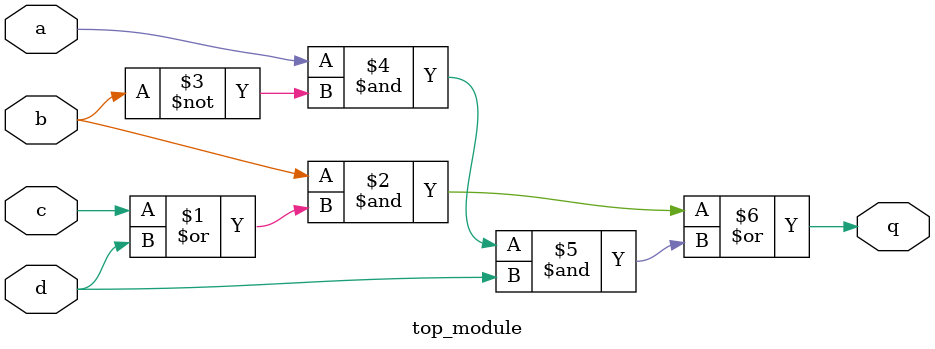
<source format=sv>
module top_module (
    input a,
    input b,
    input c,
    input d,
    output q
);

assign q = (b & (c | d)) | (a & ~b & d);

endmodule

</source>
